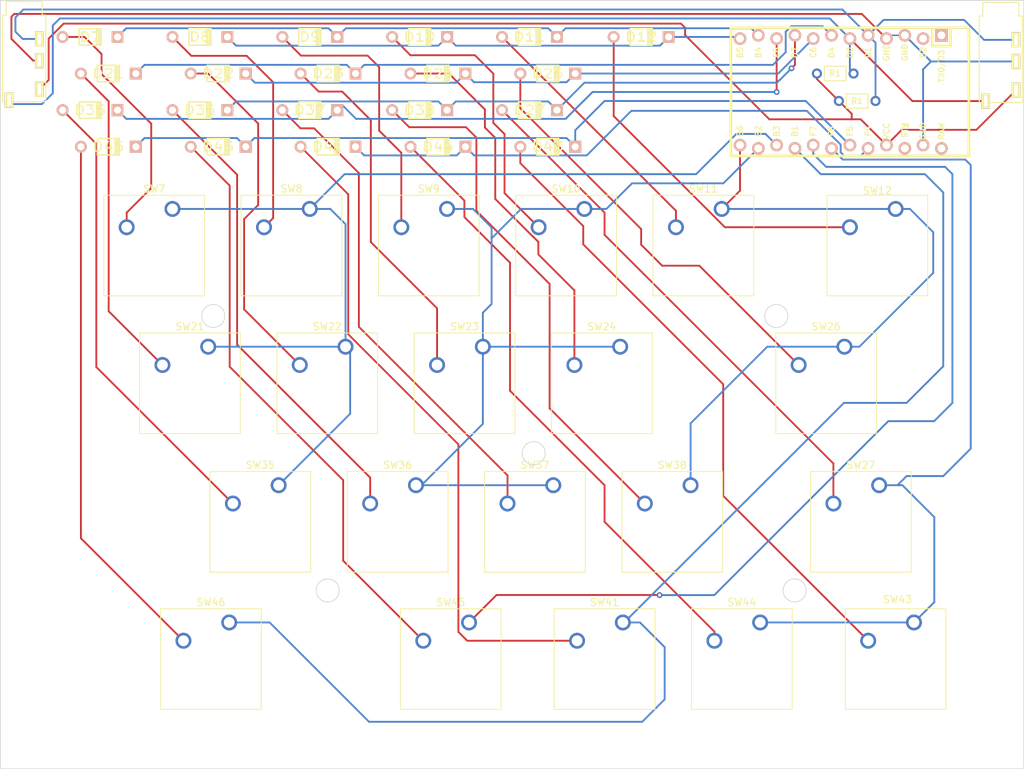
<source format=kicad_pcb>
(kicad_pcb (version 20221018) (generator pcbnew)
  (layers (0 "F.Cu" signal) (31 "B.Cu" signal) (34 "B.Paste" user) (35 "F.Paste" user) (36 "B.SilkS" user "B.Silkscreen") (37 "F.SilkS" user "F.Silkscreen") (38 "B.Mask" user) (39 "F.Mask" user) (44 "Edge.Cuts" user))
  (net 0 "")
  (net 1 "col5")
  (net 2 "Net-(D24-A)")
  (net 3 "col0")
  (net 4 "Net-(D25-A)")
  (net 5 "col2")
  (net 6 "Net-(D41-A)")
  (net 7 "Net-(D12-A)")
  (net 8 "Net-(D38-A)")
  (net 9 "col1")
  (net 10 "Net-(D40-A)")
  (net 11 "Net-(D11-A)")
  (net 12 "col3")
  (net 13 "Net-(D7-A)")
  (net 14 "Net-(D20-A)")
  (net 15 "Net-(D21-A)")
  (net 16 "col4")
  (net 17 "Net-(D22-A)")
  (net 18 "Net-(D23-A)")
  (net 19 "Net-(D8-A)")
  (net 20 "Net-(D9-A)")
  (net 21 "Net-(D32-A)")
  (net 22 "Net-(D33-A)")
  (net 23 "Net-(D34-A)")
  (net 24 "Net-(D35-A)")
  (net 25 "Net-(D39-A)")
  (net 26 "Net-(D10-A)")
  (net 27 "Net-(D42-A)")
  (net 28 "rowG")
  (net 29 "rowH")
  (net 30 "rowB")
  (net 31 "rowA")
  (net 32 "rowF")
  (net 33 "rowE")
  (net 34 "rowD")
  (net 35 "rowC")
  (net 36 "SCL")
  (net 37 "VCC")
  (net 38 "GND")
  (net 39 "SDA")
  (footprint "Library:Diode" (layer "F.Cu") (at 147.066 59.69)
    (fp_text reference "D43")
    (fp_text value "VAL**" hide)
  )
  (footprint "Button_Switch_Keyboard:SW_Cherry_MX_1.00u_PCB" (layer "F.Cu") (at 157.48 125.73)
    (fp_text reference "SW41")
    (fp_text value "KEYSW")
  )
  (footprint "Library:Diode" (layer "F.Cu") (at 116.586 49.53)
    (fp_text reference "D23")
    (fp_text value "VAL**" hide)
  )
  (footprint "Library:Diode" (layer "F.Cu") (at 144.526 54.61)
    (fp_text reference "D27")
    (fp_text value "VAL**" hide)
  )
  (footprint "Library:Diode" (layer "F.Cu") (at 86.106 49.53)
    (fp_text reference "D21")
    (fp_text value "VAL**" hide)
  )
  (footprint "Button_Switch_Keyboard:SW_Cherry_MX_2.25u_PCB" (layer "F.Cu") (at 188.22251 87.447663)
    (fp_text reference "SW26")
    (fp_text value "KEYSW")
  )
  (footprint "Library:Diode" (layer "F.Cu") (at 144.526 44.45)
    (fp_text reference "D11")
    (fp_text value "VAL**" hide)
  )
  (footprint "Library:Diode" (layer "F.Cu") (at 131.826 59.69)
    (fp_text reference "D44")
    (fp_text value "VAL**" hide)
  )
  (footprint "Library:RESISTOR" (layer "F.Cu") (at 186.944 49.53)
    (fp_text reference "R1")
    (fp_text value "R" hide)
  )
  (footprint "Library:TRRS" (layer "F.Cu") (at 209.917 41.5525)
    (fp_text reference "J2" hide)
    (fp_text value "4PIN" hide)
  )
  (footprint "Library:Diode" (layer "F.Cu") (at 101.346 49.53)
    (fp_text reference "D22")
    (fp_text value "VAL**" hide)
  )
  (footprint "Library:Diode" (layer "F.Cu") (at 101.346 59.69)
    (fp_text reference "D45")
    (fp_text value "VAL**" hide)
  )
  (footprint "Library:SW_Cherry_MX_1.75u_PCB" (layer "F.Cu") (at 193.04 106.68)
    (fp_text reference "SW27")
    (fp_text value "KEYSW")
  )
  (footprint "Button_Switch_Keyboard:SW_Cherry_MX_1.00u_PCB" (layer "F.Cu") (at 157.10751 87.447663)
    (fp_text reference "SW24")
    (fp_text value "KEYSW")
  )
  (footprint "Button_Switch_Keyboard:SW_Cherry_MX_1.00u_PCB" (layer "F.Cu") (at 176.53 125.73)
    (fp_text reference "SW44")
    (fp_text value "KEYSW")
  )
  (footprint "Library:Diode" (layer "F.Cu") (at 147.066 49.53)
    (fp_text reference "D26")
    (fp_text value "VAL**" hide)
  )
  (footprint "Library:Diode" (layer "F.Cu") (at 129.286 54.61)
    (fp_text reference "D38")
    (fp_text value "VAL**" hide)
  )
  (footprint "Library:TRRS" (layer "F.Cu") (at 74.422 41.426)
    (fp_text reference "J2" hide)
    (fp_text value "4PIN" hide)
  )
  (footprint "Button_Switch_Keyboard:SW_Cherry_MX_1.00u_PCB" (layer "F.Cu") (at 133.096 68.326)
    (fp_text reference "SW9")
    (fp_text value "KEYSW")
  )
  (footprint "Library:Diode" (layer "F.Cu") (at 129.286 44.45)
    (fp_text reference "D10")
    (fp_text value "VAL**" hide)
  )
  (footprint "Library:ArduinoProMicro-ZigZag" (layer "F.Cu") (at 187.706 52.07 180)
    (fp_text reference "U1" hide)
    (fp_text value "ProMicro-18mil-offset" hide)
  )
  (footprint "Button_Switch_Keyboard:SW_Cherry_MX_1.50u_PCB" (layer "F.Cu") (at 195.326 68.326)
    (fp_text reference "SW12")
    (fp_text value "KEYSW")
  )
  (footprint "Button_Switch_Keyboard:SW_Cherry_MX_1.00u_PCB" (layer "F.Cu") (at 152.146 68.326)
    (fp_text reference "SW10")
    (fp_text value "KEYSW")
  )
  (footprint "Button_Switch_Keyboard:SW_Cherry_MX_1.00u_PCB" (layer "F.Cu") (at 171.196 68.326)
    (fp_text reference "SW11")
    (fp_text value "KEYSW")
  )
  (footprint "Library:Diode" (layer "F.Cu") (at 114.046 44.45)
    (fp_text reference "D9")
    (fp_text value "VAL**" hide)
  )
  (footprint "Button_Switch_Keyboard:SW_Cherry_MX_1.25u_PCB" (layer "F.Cu") (at 197.866 125.73)
    (fp_text reference "SW43")
    (fp_text value "KEYSW")
  )
  (footprint "Button_Switch_Keyboard:SW_Cherry_MX_1.00u_PCB" (layer "F.Cu") (at 166.878 106.68)
    (fp_text reference "SW38")
    (fp_text value "KEYSW")
  )
  (footprint "Library:Diode" (layer "F.Cu") (at 98.806 54.61)
    (fp_text reference "D36")
    (fp_text value "VAL**" hide)
  )
  (footprint "Library:Diode" (layer "F.Cu") (at 98.806 44.45)
    (fp_text reference "D8")
    (fp_text value "VAL**" hide)
  )
  (footprint "Button_Switch_Keyboard:SW_Cherry_MX_1.00u_PCB" (layer "F.Cu") (at 99.95751 87.447663)
    (fp_text reference "SW21")
    (fp_text value "KEYSW")
  )
  (footprint "Library:Diode" (layer "F.Cu") (at 86.106 59.69)
    (fp_text reference "D46")
    (fp_text value "VAL**" hide)
  )
  (footprint "Library:Diode" (layer "F.Cu") (at 160.02 44.45)
    (fp_text reference "D12")
    (fp_text value "VAL**" hide)
  )
  (footprint "Library:Diode" (layer "F.Cu") (at 116.586 59.69)
    (fp_text reference "D41")
    (fp_text value "VAL**" hide)
  )
  (footprint "Button_Switch_Keyboard:SW_Cherry_MX_1.00u_PCB" (layer "F.Cu") (at 109.728 106.68)
    (fp_text reference "SW35")
    (fp_text value "KEYSW")
  )
  (footprint "Library:RESISTOR" (layer "F.Cu") (at 189.992 53.34)
    (fp_text reference "R1")
    (fp_text value "R" hide)
  )
  (footprint "Button_Switch_Keyboard:SW_Cherry_MX_1.00u_PCB" (layer "F.Cu") (at 114.046 68.326)
    (fp_text reference "SW8")
    (fp_text value "KEYSW")
  )
  (footprint "Button_Switch_Keyboard:SW_Cherry_MX_1.00u_PCB" (layer "F.Cu") (at 138.05751 87.447663)
    (fp_text reference "SW23")
    (fp_text value "KEYSW")
  )
  (footprint "Button_Switch_Keyboard:SW_Cherry_MX_1.25u_PCB" (layer "F.Cu") (at 136.144 125.73)
    (fp_text reference "SW45")
    (fp_text value "KEYSW")
  )
  (footprint "Library:Diode" (layer "F.Cu") (at 83.566 54.61)
    (fp_text reference "D35")
    (fp_text value "VAL**" hide)
  )
  (footprint "Button_Switch_Keyboard:SW_Cherry_MX_1.00u_PCB" (layer "F.Cu") (at 94.996 68.326)
    (fp_text reference "SW7")
    (fp_text value "KEYSW")
  )
  (footprint "Button_Switch_Keyboard:SW_Cherry_MX_1.00u_PCB" (layer "F.Cu") (at 119.00751 87.447663)
    (fp_text reference "SW22")
    (fp_text value "KEYSW")
  )
  (footprint "Library:Diode" (layer "F.Cu") (at 114.046 54.61)
    (fp_text reference "D37")
    (fp_text value "VAL**" hide)
  )
  (footprint "Library:Diode" (layer "F.Cu") (at 83.566 44.45)
    (fp_text reference "D7")
    (fp_text value "VAL**" hide)
  )
  (footprint "Button_Switch_Keyboard:SW_Cherry_MX_1.00u_PCB" (layer "F.Cu") (at 147.828 106.68)
    (fp_text reference "SW37")
    (fp_text value "KEYSW")
  )
  (footprint "Button_Switch_Keyboard:SW_Cherry_MX_2.25u_PCB" (layer "F.Cu") (at 102.87 125.73)
    (fp_text reference "SW46")
    (fp_text value "KEYSW")
  )
  (footprint "Library:Diode" (layer "F.Cu") (at 131.826 49.53)
    (fp_text reference "D24")
    (fp_text value "VAL**" hide)
  )
  (footprint "Button_Switch_Keyboard:SW_Cherry_MX_1.00u_PCB" (layer "F.Cu") (at 128.778 106.68)
    (fp_text reference "SW36")
    (fp_text value "KEYSW")
  )
  (gr_circle (center 145.11 102.235) (end 146.71 102.235) (stroke (width 0.1)) (fill none) (layer "Edge.Cuts"))
  (gr_circle (center 178.765 83.185) (end 180.365 83.185) (stroke (width 0.1)) (fill none) (layer "Edge.Cuts"))
  (gr_line (start 213.106 39.37) (end 213.106 146.05) (stroke (width 0.1)) (layer "Edge.Cuts"))
  (gr_circle (center 116.535 121.285) (end 118.135 121.285) (stroke (width 0.1)) (fill none) (layer "Edge.Cuts"))
  (gr_circle (center 181.305 121.285) (end 182.905 121.285) (stroke (width 0.1)) (fill none) (layer "Edge.Cuts"))
  (gr_circle (center 100.66 83.185) (end 102.26 83.185) (stroke (width 0.1)) (fill none) (layer "Edge.Cuts"))
  (gr_line (start 71.12 146.05) (end 71.12 39.37) (stroke (width 0.1)) (layer "Edge.Cuts"))
  (gr_line (start 71.12 39.37) (end 213.106 39.37) (stroke (width 0.1)) (layer "Edge.Cuts"))
  (gr_line (start 213.106 146.05) (end 71.12 146.05) (stroke (width 0.1)) (layer "Edge.Cuts"))
  (segment (start 173.736 65.786) (end 171.196 68.326) (width 0.254) (layer "F.Cu") (net 1))
  (segment (start 173.736 59.4614) (end 173.736 65.786) (width 0.254) (layer "F.Cu") (net 1))
  (segment (start 190.292337 87.447663) (end 188.22251 87.447663) (width 0.254) (layer "B.Cu") (net 1))
  (segment (start 171.196 68.326) (end 195.326 68.326) (width 0.254) (layer "B.Cu") (net 1))
  (segment (start 166.878 98.092) (end 166.878 106.68) (width 0.254) (layer "B.Cu") (net 1))
  (segment (start 200.54 77.2) (end 190.292337 87.447663) (width 0.254) (layer "B.Cu") (net 1))
  (segment (start 195.326 68.326) (end 197.306 68.326) (width 0.254) (layer "B.Cu") (net 1))
  (segment (start 188.22251 87.447663) (end 177.522337 87.447663) (width 0.254) (layer "B.Cu") (net 1))
  (segment (start 200.54 71.56) (end 200.54 77.2) (width 0.254) (layer "B.Cu") (net 1))
  (segment (start 197.306 68.326) (end 200.54 71.56) (width 0.254) (layer "B.Cu") (net 1))
  (segment (start 177.522337 87.447663) (end 166.878 98.092) (width 0.254) (layer "B.Cu") (net 1))
  (segment (start 168.084847 76.2) (end 162.929411 76.2) (width 0.254) (layer "F.Cu") (net 2))
  (segment (start 143.256 54.356) (end 143.256 49.53) (width 0.254) (layer "F.Cu") (net 2))
  (segment (start 162.929411 76.2) (end 160.02 73.290589) (width 0.254) (layer "F.Cu") (net 2))
  (segment (start 160.02 71.12) (end 143.256 54.356) (width 0.254) (layer "F.Cu") (net 2))
  (segment (start 181.87251 89.987663) (end 168.084847 76.2) (width 0.254) (layer "F.Cu") (net 2))
  (segment (start 160.02 73.290589) (end 160.02 71.12) (width 0.254) (layer "F.Cu") (net 2))
  (segment (start 200.69 111.11) (end 200.69 122.906) (width 0.254) (layer "B.Cu") (net 3))
  (segment (start 195.58 106.68) (end 196.26 106.68) (width 0.254) (layer "B.Cu") (net 3))
  (segment (start 204.978 61.468) (end 205.74 62.23) (width 0.254) (layer "B.Cu") (net 3))
  (segment (start 186.436 59.9186) (end 187.9854 61.468) (width 0.254) (layer "B.Cu") (net 3))
  (segment (start 201.93 105.41) (end 196.85 105.41) (width 0.254) (layer "B.Cu") (net 3))
  (segment (start 200.69 122.906) (end 197.866 125.73) (width 0.254) (layer "B.Cu") (net 3))
  (segment (start 193.04 106.68) (end 195.58 106.68) (width 0.254) (layer "B.Cu") (net 3))
  (segment (start 205.74 101.6) (end 201.93 105.41) (width 0.254) (layer "B.Cu") (net 3))
  (segment (start 187.9854 61.468) (end 204.978 61.468) (width 0.254) (layer "B.Cu") (net 3))
  (segment (start 176.53 125.73) (end 197.866 125.73) (width 0.254) (layer "B.Cu") (net 3))
  (segment (start 205.74 62.23) (end 205.74 101.6) (width 0.254) (layer "B.Cu") (net 3))
  (segment (start 196.26 106.68) (end 200.69 111.11) (width 0.254) (layer "B.Cu") (net 3))
  (segment (start 196.85 105.41) (end 195.58 106.68) (width 0.254) (layer "B.Cu") (net 3))
  (segment (start 186.69 109.22) (end 186.69 103.669103) (width 0.254) (layer "F.Cu") (net 4))
  (segment (start 154.94 71.919103) (end 154.94 68.834) (width 0.254) (layer "F.Cu") (net 4))
  (segment (start 154.94 68.834) (end 140.716 54.61) (width 0.254) (layer "F.Cu") (net 4))
  (segment (start 186.69 103.669103) (end 154.94 71.919103) (width 0.254) (layer "F.Cu") (net 4))
  (segment (start 108.47 125.73) (end 102.87 125.73) (width 0.254) (layer "B.Cu") (net 5))
  (segment (start 157.48 125.73) (end 159.85 125.73) (width 0.254) (layer "B.Cu") (net 5))
  (segment (start 188.150034 95.25) (end 196.85 95.25) (width 0.254) (layer "B.Cu") (net 5))
  (segment (start 159.85 125.73) (end 163.28 129.16) (width 0.254) (layer "B.Cu") (net 5))
  (segment (start 201.93 90.17) (end 201.93 66.04) (width 0.254) (layer "B.Cu") (net 5))
  (segment (start 201.93 66.04) (end 199.39 63.5) (width 0.254) (layer "B.Cu") (net 5))
  (segment (start 184.9374 63.5) (end 181.356 59.9186) (width 0.254) (layer "B.Cu") (net 5))
  (segment (start 160.17 139.52) (end 122.26 139.52) (width 0.254) (layer "B.Cu") (net 5))
  (segment (start 122.26 139.52) (end 108.47 125.73) (width 0.254) (layer "B.Cu") (net 5))
  (segment (start 163.28 129.16) (end 163.28 136.41) (width 0.254) (layer "B.Cu") (net 5))
  (segment (start 157.670034 125.73) (end 188.150034 95.25) (width 0.254) (layer "B.Cu") (net 5))
  (segment (start 157.48 125.73) (end 157.670034 125.73) (width 0.254) (layer "B.Cu") (net 5))
  (segment (start 163.28 136.41) (end 160.17 139.52) (width 0.254) (layer "B.Cu") (net 5))
  (segment (start 199.39 63.5) (end 184.9374 63.5) (width 0.254) (layer "B.Cu") (net 5))
  (segment (start 196.85 95.25) (end 201.93 90.17) (width 0.254) (layer "B.Cu") (net 5))
  (segment (start 82.296 114.046) (end 96.52 128.27) (width 0.254) (layer "F.Cu") (net 6))
  (segment (start 82.296 59.69) (end 82.296 114.046) (width 0.254) (layer "F.Cu") (net 6))
  (segment (start 171.641549 70.866) (end 156.21 55.434451) (width 0.254) (layer "F.Cu") (net 7))
  (segment (start 156.21 55.434451) (end 156.21 44.45) (width 0.254) (layer "F.Cu") (net 7))
  (segment (start 188.976 70.866) (end 171.641549 70.866) (width 0.254) (layer "F.Cu") (net 7))
  (segment (start 171.40151 92.66151) (end 151.987 73.247) (width 0.254) (layer "F.Cu") (net 8))
  (segment (start 151.987 70.707) (end 143.256 61.976) (width 0.254) (layer "F.Cu") (net 8))
  (segment (start 191.516 128.27) (end 171.40151 108.15551) (width 0.254) (layer "F.Cu") (net 8))
  (segment (start 143.256 61.976) (end 143.256 59.69) (width 0.254) (layer "F.Cu") (net 8))
  (segment (start 151.987 73.247) (end 151.987 70.707) (width 0.254) (layer "F.Cu") (net 8))
  (segment (start 171.40151 108.15551) (end 171.40151 92.66151) (width 0.254) (layer "F.Cu") (net 8))
  (segment (start 162.56 121.92) (end 139.954 121.92) (width 0.254) (layer "F.Cu") (net 9))
  (segment (start 162.571914 121.931914) (end 162.56 121.92) (width 0.254) (layer "F.Cu") (net 9))
  (segment (start 139.954 121.92) (end 136.144 125.73) (width 0.254) (layer "F.Cu") (net 9))
  (via (at 162.571914 121.931914) (size 0.8) (drill 0.4) (layers "F.Cu" "B.Cu") (net 9))
  (segment (start 203.2 95.25) (end 203.2 63.5) (width 0.254) (layer "B.Cu") (net 9))
  (segment (start 183.896 60.706) (end 183.896 59.4614) (width 0.254) (layer "B.Cu") (net 9))
  (segment (start 185.674 62.484) (end 183.896 60.706) (width 0.254) (layer "B.Cu") (net 9))
  (segment (start 200.66 97.79) (end 203.2 95.25) (width 0.254) (layer "B.Cu") (net 9))
  (segment (start 203.2 63.5) (end 202.184 62.484) (width 0.254) (layer "B.Cu") (net 9))
  (segment (start 202.184 62.484) (end 185.674 62.484) (width 0.254) (layer "B.Cu") (net 9))
  (segment (start 170.168086 121.931914) (end 194.31 97.79) (width 0.254) (layer "B.Cu") (net 9))
  (segment (start 162.571914 121.931914) (end 170.168086 121.931914) (width 0.254) (layer "B.Cu") (net 9))
  (segment (start 194.31 97.79) (end 200.66 97.79) (width 0.254) (layer "B.Cu") (net 9))
  (segment (start 118.680103 117.156103) (end 129.794 128.27) (width 0.254) (layer "F.Cu") (net 10))
  (segment (start 118.680103 105.980103) (end 118.680103 117.156103) (width 0.254) (layer "F.Cu") (net 10))
  (segment (start 97.536 59.69) (end 102.9335 65.0875) (width 0.254) (layer "F.Cu") (net 10))
  (segment (start 102.9335 65.0875) (end 102.9335 90.2335) (width 0.254) (layer "F.Cu") (net 10))
  (segment (start 102.9335 90.2335) (end 118.680103 105.980103) (width 0.254) (layer "F.Cu") (net 10))
  (segment (start 164.846 68.58) (end 140.716 44.45) (width 0.254) (layer "F.Cu") (net 11))
  (segment (start 164.846 70.866) (end 164.846 68.58) (width 0.254) (layer "F.Cu") (net 11))
  (segment (start 118.872 63.5) (end 114.046 68.326) (width 0.254) (layer "B.Cu") (net 12))
  (segment (start 178.816 59.4614) (end 177.2666 57.912) (width 0.254) (layer "B.Cu") (net 12))
  (segment (start 119.65 96.758) (end 109.728 106.68) (width 0.254) (layer "B.Cu") (net 12))
  (segment (start 114.046 68.326) (end 116.886 68.326) (width 0.254) (layer "B.Cu") (net 12))
  (segment (start 177.2666 57.912) (end 173.228 57.912) (width 0.254) (layer "B.Cu") (net 12))
  (segment (start 116.886 68.326) (end 119.00751 70.44751) (width 0.254) (layer "B.Cu") (net 12))
  (segment (start 94.996 68.326) (end 114.046 68.326) (width 0.254) (layer "B.Cu") (net 12))
  (segment (start 119.00751 87.447663) (end 119.65 88.090153) (width 0.254) (layer "B.Cu") (net 12))
  (segment (start 173.228 57.912) (end 167.64 63.5) (width 0.254) (layer "B.Cu") (net 12))
  (segment (start 119.00751 70.44751) (end 119.00751 87.447663) (width 0.254) (layer "B.Cu") (net 12))
  (segment (start 119.65 88.090153) (end 119.65 96.758) (width 0.254) (layer "B.Cu") (net 12))
  (segment (start 99.95751 87.447663) (end 119.00751 87.447663) (width 0.254) (layer "B.Cu") (net 12))
  (segment (start 167.64 63.5) (end 118.872 63.5) (width 0.254) (layer "B.Cu") (net 12))
  (segment (start 92.052502 56.492502) (end 92.052502 65.427498) (width 0.254) (layer "F.Cu") (net 13))
  (segment (start 82.786604 44.45) (end 85.157144 46.82054) (width 0.254) (layer "F.Cu") (net 13))
  (segment (start 88.646 68.834) (end 88.646 70.866) (width 0.254) (layer "F.Cu") (net 13))
  (segment (start 79.756 44.45) (end 82.786604 44.45) (width 0.254) (layer "F.Cu") (net 13))
  (segment (start 85.157144 46.82054) (end 85.157144 49.597144) (width 0.254) (layer "F.Cu") (net 13))
  (segment (start 92.052502 65.427498) (end 88.646 68.834) (width 0.254) (layer "F.Cu") (net 13))
  (segment (start 85.157144 49.597144) (end 92.052502 56.492502) (width 0.254) (layer "F.Cu") (net 13))
  (segment (start 86.145 82.525153) (end 93.60751 89.987663) (width 0.254) (layer "F.Cu") (net 14))
  (segment (start 82.296 49.53) (end 86.145 53.379) (width 0.254) (layer "F.Cu") (net 14))
  (segment (start 86.145 53.379) (end 86.145 82.525153) (width 0.254) (layer "F.Cu") (net 14))
  (segment (start 106.886022 67.775473) (end 104.939804 69.721691) (width 0.254) (layer "F.Cu") (net 15))
  (segment (start 97.536 49.53) (end 99.949 49.53) (width 0.254) (layer "F.Cu") (net 15))
  (segment (start 104.939804 82.269957) (end 112.65751 89.987663) (width 0.254) (layer "F.Cu") (net 15))
  (segment (start 104.939804 69.721691) (end 104.939804 82.269957) (width 0.254) (layer "F.Cu") (net 15))
  (segment (start 106.886022 56.467022) (end 106.886022 67.775473) (width 0.254) (layer "F.Cu") (net 15))
  (segment (start 99.949 49.53) (end 106.886022 56.467022) (width 0.254) (layer "F.Cu") (net 15))
  (segment (start 129.54 106.68) (end 138.05751 98.16249) (width 0.254) (layer "B.Cu") (net 16))
  (segment (start 128.778 106.68) (end 129.54 106.68) (width 0.254) (layer "B.Cu") (net 16))
  (segment (start 158.75 64.77) (end 155.194 68.326) (width 0.254) (layer "B.Cu") (net 16))
  (segment (start 139.27 81.52) (end 138.05751 82.73249) (width 0.254) (layer "B.Cu") (net 16))
  (segment (start 133.096 68.326) (end 136.696 68.326) (width 0.254) (layer "B.Cu") (net 16))
  (segment (start 171.4246 64.77) (end 158.75 64.77) (width 0.254) (layer "B.Cu") (net 16))
  (segment (start 138.05751 98.16249) (end 138.05751 87.447663) (width 0.254) (layer "B.Cu") (net 16))
  (segment (start 136.696 68.326) (end 139.27 70.9) (width 0.254) (layer "B.Cu") (net 16))
  (segment (start 139.27 72.41) (end 139.27 81.52) (width 0.254) (layer "B.Cu") (net 16))
  (segment (start 128.778 106.68) (end 147.828 106.68) (width 0.254) (layer "B.Cu") (net 16))
  (segment (start 176.276 59.9186) (end 171.4246 64.77) (width 0.254) (layer "B.Cu") (net 16))
  (segment (start 155.194 68.326) (end 152.146 68.326) (width 0.254) (layer "B.Cu") (net 16))
  (segment (start 138.05751 82.73249) (end 138.05751 87.447663) (width 0.254) (layer "B.Cu") (net 16))
  (segment (start 152.146 68.326) (end 143.354 68.326) (width 0.254) (layer "B.Cu") (net 16))
  (segment (start 143.354 68.326) (end 139.27 72.41) (width 0.254) (layer "B.Cu") (net 16))
  (segment (start 139.27 70.9) (end 139.27 72.41) (width 0.254) (layer "B.Cu") (net 16))
  (segment (start 157.10751 87.447663) (end 138.05751 87.447663) (width 0.254) (layer "B.Cu") (net 16))
  (segment (start 112.776 49.53) (end 115.282404 52.036404) (width 0.254) (layer "F.Cu") (net 17))
  (segment (start 131.70751 82.11954) (end 131.70751 89.987663) (width 0.254) (layer "F.Cu") (net 17))
  (segment (start 122.51684 56.009747) (end 122.51684 72.92887) (width 0.254) (layer "F.Cu") (net 17))
  (segment (start 122.51684 72.92887) (end 131.70751 82.11954) (width 0.254) (layer "F.Cu") (net 17))
  (segment (start 118.543497 52.036404) (end 122.51684 56.009747) (width 0.254) (layer "F.Cu") (net 17))
  (segment (start 115.282404 52.036404) (end 118.543497 52.036404) (width 0.254) (layer "F.Cu") (net 17))
  (segment (start 133.35 49.53) (end 138.339131 54.519131) (width 0.254) (layer "F.Cu") (net 18))
  (segment (start 145.757 74.637) (end 150.75751 79.63751) (width 0.254) (layer "F.Cu") (net 18))
  (segment (start 128.016 49.53) (end 133.35 49.53) (width 0.254) (layer "F.Cu") (net 18))
  (segment (start 145.757 72.896103) (end 145.757 74.637) (width 0.254) (layer "F.Cu") (net 18))
  (segment (start 145.010549 72.175) (end 145.035897 72.175) (width 0.254) (layer "F.Cu") (net 18))
  (segment (start 138.339131 57.018722) (end 139.779332 58.458923) (width 0.254) (layer "F.Cu") (net 18))
  (segment (start 150.75751 79.63751) (end 150.75751 89.987663) (width 0.254) (layer "F.Cu") (net 18))
  (segment (start 138.339131 54.519131) (end 138.339131 57.018722) (width 0.254) (layer "F.Cu") (net 18))
  (segment (start 139.779332 66.943783) (end 145.010549 72.175) (width 0.254) (layer "F.Cu") (net 18))
  (segment (start 139.779332 58.458923) (end 139.779332 66.943783) (width 0.254) (layer "F.Cu") (net 18))
  (segment (start 145.035897 72.175) (end 145.757 72.896103) (width 0.254) (layer "F.Cu") (net 18))
  (segment (start 108.966 50.743589) (end 108.966 69.596) (width 0.254) (layer "F.Cu") (net 19))
  (segment (start 97.612319 47.066319) (end 105.28873 47.066319) (width 0.254) (layer "F.Cu") (net 19))
  (segment (start 94.996 44.45) (end 97.612319 47.066319) (width 0.254) (layer "F.Cu") (net 19))
  (segment (start 105.28873 47.066319) (end 108.966 50.743589) (width 0.254) (layer "F.Cu") (net 19))
  (segment (start 108.966 69.596) (end 107.696 70.866) (width 0.254) (layer "F.Cu") (net 19))
  (segment (start 122.072639 47.04037) (end 123.673822 48.641553) (width 0.254) (layer "F.Cu") (net 20))
  (segment (start 112.82637 47.04037) (end 122.072639 47.04037) (width 0.254) (layer "F.Cu") (net 20))
  (segment (start 123.673822 57.45792) (end 126.746 60.530098) (width 0.254) (layer "F.Cu") (net 20))
  (segment (start 123.673822 48.641553) (end 123.673822 57.45792) (width 0.254) (layer "F.Cu") (net 20))
  (segment (start 110.236 44.45) (end 112.82637 47.04037) (width 0.254) (layer "F.Cu") (net 20))
  (segment (start 126.746 60.530098) (end 126.746 70.866) (width 0.254) (layer "F.Cu") (net 20))
  (segment (start 79.756 54.61) (end 84.433058 59.287058) (width 0.254) (layer "F.Cu") (net 21))
  (segment (start 84.433058 90.275058) (end 103.378 109.22) (width 0.254) (layer "F.Cu") (net 21))
  (segment (start 84.433058 59.287058) (end 84.433058 90.275058) (width 0.254) (layer "F.Cu") (net 21))
  (segment (start 103.966695 87.159804) (end 122.428 105.621109) (width 0.254) (layer "F.Cu") (net 22))
  (segment (start 94.996 54.61) (end 103.966695 63.580695) (width 0.254) (layer "F.Cu") (net 22))
  (segment (start 122.428 105.621109) (end 122.428 109.22) (width 0.254) (layer "F.Cu") (net 22))
  (segment (start 103.966695 63.580695) (end 103.966695 87.159804) (width 0.254) (layer "F.Cu") (net 22))
  (segment (start 120.856067 63.338186) (end 120.856067 84.687117) (width 0.254) (layer "F.Cu") (net 23))
  (segment (start 114.654119 57.136238) (end 120.856067 63.338186) (width 0.254) (layer "F.Cu") (net 23))
  (segment (start 112.762238 57.136238) (end 114.654119 57.136238) (width 0.254) (layer "F.Cu") (net 23))
  (segment (start 110.236 54.61) (end 112.762238 57.136238) (width 0.254) (layer "F.Cu") (net 23))
  (segment (start 120.856067 84.687117) (end 141.478 105.30905) (width 0.254) (layer "F.Cu") (net 23))
  (segment (start 141.478 105.30905) (end 141.478 109.22) (width 0.254) (layer "F.Cu") (net 23))
  (segment (start 135.719798 56.979798) (end 137.16 58.42) (width 0.254) (layer "F.Cu") (net 24))
  (segment (start 147.32 96.012) (end 160.528 109.22) (width 0.254) (layer "F.Cu") (net 24))
  (segment (start 147.32 78.74) (end 147.32 96.012) (width 0.254) (layer "F.Cu") (net 24))
  (segment (start 127.845798 56.979798) (end 135.719798 56.979798) (width 0.254) (layer "F.Cu") (net 24))
  (segment (start 137.16 58.42) (end 137.16 68.58) (width 0.254) (layer "F.Cu") (net 24))
  (segment (start 125.476 54.61) (end 127.845798 56.979798) (width 0.254) (layer "F.Cu") (net 24))
  (segment (start 137.16 68.58) (end 147.32 78.74) (width 0.254) (layer "F.Cu") (net 24))
  (segment (start 141.82851 75.78851) (end 135.497282 69.457282) (width 0.254) (layer "F.Cu") (net 25))
  (segment (start 154.94 106.68) (end 141.82851 93.56851) (width 0.254) (layer "F.Cu") (net 25))
  (segment (start 135.497282 69.457282) (end 135.497282 67.171282) (width 0.254) (layer "F.Cu") (net 25))
  (segment (start 135.497282 67.171282) (end 128.016 59.69) (width 0.254) (layer "F.Cu") (net 25))
  (segment (start 170.18 127) (end 154.94 111.76) (width 0.254) (layer "F.Cu") (net 25))
  (segment (start 170.18 128.27) (end 170.18 127) (width 0.254) (layer "F.Cu") (net 25))
  (segment (start 154.94 111.76) (end 154.94 106.68) (width 0.254) (layer "F.Cu") (net 25))
  (segment (start 141.82851 93.56851) (end 141.82851 75.78851) (width 0.254) (layer "F.Cu") (net 25))
  (segment (start 141.066504 66.136504) (end 141.066504 57.938403) (width 0.254) (layer "F.Cu") (net 26))
  (segment (start 128.01447 46.98847) (end 125.476 44.45) (width 0.254) (layer "F.Cu") (net 26))
  (segment (start 139.5095 56.381399) (end 139.5095 49.539976) (width 0.254) (layer "F.Cu") (net 26))
  (segment (start 141.066504 57.938403) (end 139.5095 56.381399) (width 0.254) (layer "F.Cu") (net 26))
  (segment (start 139.5095 49.539976) (end 136.957994 46.98847) (width 0.254) (layer "F.Cu") (net 26))
  (segment (start 145.796 70.866) (end 141.066504 66.136504) (width 0.254) (layer "F.Cu") (net 26))
  (segment (start 136.957994 46.98847) (end 128.01447 46.98847) (width 0.254) (layer "F.Cu") (net 26))
  (segment (start 119.38 66.294) (end 119.38 85.725702) (width 0.254) (layer "F.Cu") (net 27))
  (segment (start 135.89 128.27) (end 151.13 128.27) (width 0.254) (layer "F.Cu") (net 27))
  (segment (start 134.663 101.008702) (end 134.663 127.043) (width 0.254) (layer "F.Cu") (net 27))
  (segment (start 119.38 85.725702) (end 134.663 101.008702) (width 0.254) (layer "F.Cu") (net 27))
  (segment (start 134.663 127.043) (end 135.89 128.27) (width 0.254) (layer "F.Cu") (net 27))
  (segment (start 112.776 59.69) (end 119.38 66.294) (width 0.254) (layer "F.Cu") (net 27))
  (segment (start 89.916 59.69) (end 91.1225 58.4835) (width 0.254) (layer "B.Cu") (net 28))
  (segment (start 91.1225 58.4835) (end 103.9495 58.4835) (width 0.254) (layer "B.Cu") (net 28))
  (segment (start 150.876 59.69) (end 150.876 57.404) (width 0.254) (layer "B.Cu") (net 28))
  (segment (start 154.94 53.34) (end 182.8546 53.34) (width 0.254) (layer "B.Cu") (net 28))
  (segment (start 103.9495 58.4835) (end 105.156 59.69) (width 0.254) (layer "B.Cu") (net 28))
  (segment (start 182.8546 53.34) (end 188.976 59.4614) (width 0.254) (layer "B.Cu") (net 28))
  (segment (start 105.156 59.69) (end 106.3625 58.4835) (width 0.254) (layer "B.Cu") (net 28))
  (segment (start 106.3625 58.4835) (end 149.6695 58.4835) (width 0.254) (layer "B.Cu") (net 28))
  (segment (start 150.876 57.404) (end 154.94 53.34) (width 0.254) (layer "B.Cu") (net 28))
  (segment (start 149.6695 58.4835) (end 150.876 59.69) (width 0.254) (layer "B.Cu") (net 28))
  (segment (start 158.656906 54.703094) (end 182.998585 54.703094) (width 0.254) (layer "B.Cu") (net 29))
  (segment (start 190.4746 60.96) (end 191.516 59.9186) (width 0.254) (layer "B.Cu") (net 29))
  (segment (start 187.6933 60.45748) (end 188.19582 60.96) (width 0.254) (layer "B.Cu") (net 29))
  (segment (start 152.4635 60.8965) (end 158.656906 54.703094) (width 0.254) (layer "B.Cu") (net 29))
  (segment (start 120.396 59.69) (end 121.6025 60.8965) (width 0.254) (layer "B.Cu") (net 29))
  (segment (start 134.4295 60.8965) (end 135.636 59.69) (width 0.254) (layer "B.Cu") (net 29))
  (segment (start 182.998585 54.703094) (end 187.6933 59.397809) (width 0.254) (layer "B.Cu") (net 29))
  (segment (start 121.6025 60.8965) (end 134.4295 60.8965) (width 0.254) (layer "B.Cu") (net 29))
  (segment (start 187.6933 59.397809) (end 187.6933 60.45748) (width 0.254) (layer "B.Cu") (net 29))
  (segment (start 188.19582 60.96) (end 190.4746 60.96) (width 0.254) (layer "B.Cu") (net 29))
  (segment (start 135.636 59.69) (end 136.8425 60.8965) (width 0.254) (layer "B.Cu") (net 29))
  (segment (start 136.8425 60.8965) (end 152.4635 60.8965) (width 0.254) (layer "B.Cu") (net 29))
  (segment (start 162.6235 45.6565) (end 134.3025 45.6565) (width 0.254) (layer "B.Cu") (net 30))
  (segment (start 134.3025 45.6565) (end 133.096 44.45) (width 0.254) (layer "B.Cu") (net 30))
  (segment (start 131.8895 45.6565) (end 103.8225 45.6565) (width 0.254) (layer "B.Cu") (net 30))
  (segment (start 163.83 44.45) (end 173.5074 44.45) (width 0.254) (layer "B.Cu") (net 30))
  (segment (start 133.096 44.45) (end 131.8895 45.6565) (width 0.254) (layer "B.Cu") (net 30))
  (segment (start 173.5074 44.45) (end 173.736 44.6786) (width 0.254) (layer "B.Cu") (net 30))
  (segment (start 163.83 44.45) (end 162.6235 45.6565) (width 0.254) (layer "B.Cu") (net 30))
  (segment (start 103.8225 45.6565) (end 102.616 44.45) (width 0.254) (layer "B.Cu") (net 30))
  (segment (start 87.376 44.45) (end 88.5825 43.2435) (width 0.254) (layer "B.Cu") (net 31))
  (segment (start 88.5825 43.2435) (end 116.6495 43.2435) (width 0.254) (layer "B.Cu") (net 31))
  (segment (start 149.5425 43.2435) (end 175.2981 43.2435) (width 0.254) (layer "B.Cu") (net 31))
  (segment (start 147.1295 43.2435) (end 148.336 44.45) (width 0.254) (layer "B.Cu") (net 31))
  (segment (start 175.2981 43.2435) (end 176.276 44.2214) (width 0.254) (layer "B.Cu") (net 31))
  (segment (start 117.856 44.45) (end 119.0625 43.2435) (width 0.254) (layer "B.Cu") (net 31))
  (segment (start 119.0625 43.2435) (end 147.1295 43.2435) (width 0.254) (layer "B.Cu") (net 31))
  (segment (start 116.6495 43.2435) (end 117.856 44.45) (width 0.254) (layer "B.Cu") (net 31))
  (segment (start 148.336 44.45) (end 149.5425 43.2435) (width 0.254) (layer "B.Cu") (net 31))
  (segment (start 178.816 52.091362) (end 178.816 44.6786) (width 0.254) (layer "F.Cu") (net 32))
  (via (at 178.816 52.091362) (size 0.8) (drill 0.4) (layers "F.Cu" "B.Cu") (net 32))
  (segment (start 178.816 52.091362) (end 153.276169 52.091362) (width 0.254) (layer "B.Cu") (net 32))
  (segment (start 152.019 53.34) (end 149.5425 55.8165) (width 0.254) (layer "B.Cu") (net 32))
  (segment (start 116.6495 55.8165) (end 88.5825 55.8165) (width 0.254) (layer "B.Cu") (net 32))
  (segment (start 117.856 54.61) (end 116.6495 55.8165) (width 0.254) (layer "B.Cu") (net 32))
  (segment (start 152.027531 53.34) (end 152.019 53.34) (width 0.254) (layer "B.Cu") (net 32))
  (segment (start 118.5545 53.9115) (end 117.856 54.61) (width 0.254) (layer "B.Cu") (net 32))
  (segment (start 149.5425 55.8165) (end 120.4595 55.8165) (width 0.254) (layer "B.Cu") (net 32))
  (segment (start 153.276169 52.091362) (end 152.027531 53.34) (width 0.254) (layer "B.Cu") (net 32))
  (segment (start 120.4595 55.8165) (end 118.5545 53.9115) (width 0.254) (layer "B.Cu") (net 32))
  (segment (start 88.5825 55.8165) (end 87.376 54.61) (width 0.254) (layer "B.Cu") (net 32))
  (segment (start 180.879197 48.799197) (end 181.356 48.322394) (width 0.254) (layer "F.Cu") (net 33))
  (segment (start 181.356 48.322394) (end 181.356 44.2214) (width 0.254) (layer "F.Cu") (net 33))
  (via (at 180.879197 48.799197) (size 0.8) (drill 0.4) (layers "F.Cu" "B.Cu") (net 33))
  (segment (start 133.096 54.61) (end 134.3025 53.4035) (width 0.254) (layer "B.Cu") (net 33))
  (segment (start 147.1295 53.4035) (end 148.336 54.61) (width 0.254) (layer "B.Cu") (net 33))
  (segment (start 103.8225 53.4035) (end 131.8895 53.4035) (width 0.254) (layer "B.Cu") (net 33))
  (segment (start 152.146 50.8) (end 148.336 54.61) (width 0.254) (layer "B.Cu") (net 33))
  (segment (start 180.879197 48.799197) (end 179.258463 50.419931) (width 0.254) (layer "B.Cu") (net 33))
  (segment (start 179.227226 50.419931) (end 178.847157 50.8) (width 0.254) (layer "B.Cu") (net 33))
  (segment (start 131.8895 53.4035) (end 133.096 54.61) (width 0.254) (layer "B.Cu") (net 33))
  (segment (start 134.3025 53.4035) (end 147.1295 53.4035) (width 0.254) (layer "B.Cu") (net 33))
  (segment (start 179.258463 50.419931) (end 179.227226 50.419931) (width 0.254) (layer "B.Cu") (net 33))
  (segment (start 102.616 54.61) (end 103.8225 53.4035) (width 0.254) (layer "B.Cu") (net 33))
  (segment (start 178.847157 50.8) (end 152.146 50.8) (width 0.254) (layer "B.Cu") (net 33))
  (segment (start 135.636 49.53) (end 134.366 50.8) (width 0.254) (layer "B.Cu") (net 34))
  (segment (start 106.426 50.8) (end 105.156 49.53) (width 0.254) (layer "B.Cu") (net 34))
  (segment (start 136.8425 50.7365) (end 135.636 49.53) (width 0.254) (layer "B.Cu") (net 34))
  (segment (start 149.6695 50.7365) (end 136.8425 50.7365) (width 0.254) (layer "B.Cu") (net 34))
  (segment (start 179.0446 49.53) (end 183.896 44.6786) (width 0.254) (layer "B.Cu") (net 34))
  (segment (start 150.876 49.53) (end 149.6695 50.7365) (width 0.254) (layer "B.Cu") (net 34))
  (segment (start 150.876 49.53) (end 179.0446 49.53) (width 0.254) (layer "B.Cu") (net 34))
  (segment (start 134.366 50.8) (end 106.426 50.8) (width 0.254) (layer "B.Cu") (net 34))
  (segment (start 121.6025 48.3235) (end 120.396 49.53) (width 0.254) (layer "B.Cu") (net 35))
  (segment (start 178.313506 48.3235) (end 121.6025 48.3235) (width 0.254) (layer "B.Cu") (net 35))
  (segment (start 180.0733 43.726009) (end 180.0733 46.563706) (width 0.254) (layer "B.Cu") (net 35))
  (segment (start 186.436 44.2214) (end 185.1787 42.9641) (width 0.254) (layer "B.Cu") (net 35))
  (segment (start 185.1787 42.9641) (end 180.835209 42.9641) (width 0.254) (layer "B.Cu") (net 35))
  (segment (start 91.1225 48.3235) (end 119.1895 48.3235) (width 0.254) (layer "B.Cu") (net 35))
  (segment (start 180.0733 46.563706) (end 178.313506 48.3235) (width 0.254) (layer "B.Cu") (net 35))
  (segment (start 89.916 49.53) (end 91.1225 48.3235) (width 0.254) (layer "B.Cu") (net 35))
  (segment (start 119.1895 48.3235) (end 120.396 49.53) (width 0.254) (layer "B.Cu") (net 35))
  (segment (start 180.835209 42.9641) (end 180.0733 43.726009) (width 0.254) (layer "B.Cu") (net 35))
  (segment (start 197.6499 53.3525) (end 188.976 44.6786) (width 0.254) (layer "F.Cu") (net 36))
  (segment (start 207.817 53.3525) (end 197.6499 53.3525) (width 0.254) (layer "F.Cu") (net 36))
  (segment (start 78.394005 52.265995) (end 76.889692 53.770308) (width 0.254) (layer "B.Cu") (net 36))
  (segment (start 188.976 44.6786) (end 186.176863 41.879463) (width 0.254) (layer "B.Cu") (net 36))
  (segment (start 79.368729 41.879463) (end 78.394005 42.854187) (width 0.254) (layer "B.Cu") (net 36))
  (segment (start 186.176863 41.879463) (end 79.368729 41.879463) (width 0.254) (layer "B.Cu") (net 36))
  (segment (start 78.394005 42.854187) (end 78.394005 52.265995) (width 0.254) (layer "B.Cu") (net 36))
  (segment (start 72.866308 53.770308) (end 72.322 53.226) (width 0.254) (layer "B.Cu") (net 36))
  (segment (start 76.889692 53.770308) (end 72.866308 53.770308) (width 0.254) (layer "B.Cu") (net 36))
  (segment (start 188.976 49.022) (end 189.484 49.53) (width 0.254) (layer "B.Cu") (net 36))
  (segment (start 188.976 44.6786) (end 188.976 49.022) (width 0.254) (layer "B.Cu") (net 36))
  (segment (start 196.178108 57.339292) (end 194.056 59.4614) (width 0.254) (layer "F.Cu") (net 37))
  (segment (start 189.23 55.88) (end 177.8 55.88) (width 0.254) (layer "F.Cu") (net 37))
  (segment (start 187.452 53.34) (end 189.23 55.118) (width 0.254) (layer "F.Cu") (net 37))
  (segment (start 189.23 55.118) (end 189.23 55.88) (width 0.254) (layer "F.Cu") (net 37))
  (segment (start 79.905793 42.596134) (end 79.649945 42.851982) (width 0.254) (layer "F.Cu") (net 37))
  (segment (start 166.116756 44.196756) (end 166.116756 43.18) (width 0.254) (layer "F.Cu") (net 37))
  (segment (start 79.642643 42.857108) (end 77.820056 44.679695) (width 0.254) (layer "F.Cu") (net 37))
  (segment (start 166.116756 43.18) (end 165.53289 42.596134) (width 0.254) (layer "F.Cu") (net 37))
  (segment (start 194.056 59.4614) (end 190.4746 55.88) (width 0.254) (layer "F.Cu") (net 37))
  (segment (start 165.53289 42.596134) (end 79.905793 42.596134) (width 0.254) (layer "F.Cu") (net 37))
  (segment (start 206.530208 57.339292) (end 196.178108 57.339292) (width 0.254) (layer "F.Cu") (net 37))
  (segment (start 212.017 51.8525) (end 206.530208 57.339292) (width 0.254) (layer "F.Cu") (net 37))
  (segment (start 177.8 55.88) (end 166.116756 44.196756) (width 0.254) (layer "F.Cu") (net 37))
  (segment (start 77.820056 50.427944) (end 76.522 51.726) (width 0.254) (layer "F.Cu") (net 37))
  (segment (start 190.4746 55.88) (end 189.23 55.88) (width 0.254) (layer "F.Cu") (net 37))
  (segment (start 184.404 49.53) (end 184.404 50.292) (width 0.254) (layer "F.Cu") (net 37))
  (segment (start 77.820056 44.679695) (end 77.820056 50.427944) (width 0.254) (layer "F.Cu") (net 37))
  (segment (start 184.404 50.292) (end 187.452 53.34) (width 0.254) (layer "F.Cu") (net 37))
  (segment (start 75.666 47.726) (end 72.6505 44.7105) (width 0.254) (layer "F.Cu") (net 38))
  (segment (start 72.6505 44.7105) (end 72.6505 41.6495) (width 0.254) (layer "F.Cu") (net 38))
  (segment (start 76.522 47.726) (end 75.666 47.726) (width 0.254) (layer "F.Cu") (net 38))
  (segment (start 72.6505 41.6495) (end 73.043327 41.256673) (width 0.254) (layer "F.Cu") (net 38))
  (segment (start 190.634073 41.256673) (end 194.056 44.6786) (width 0.254) (layer "F.Cu") (net 38))
  (segment (start 73.043327 41.256673) (end 190.634073 41.256673) (width 0.254) (layer "F.Cu") (net 38))
  (segment (start 199.136 48.9436) (end 200.2271 47.8525) (width 0.254) (layer "B.Cu") (net 38))
  (segment (start 196.596 44.2214) (end 194.5132 44.2214) (width 0.2) (layer "B.Cu") (net 38))
  (segment (start 194.5132 44.2214) (end 194.056 44.6786) (width 0.2) (layer "B.Cu") (net 38))
  (segment (start 200.2271 47.8525) (end 196.596 44.2214) (width 0.254) (layer "B.Cu") (net 38))
  (segment (start 199.136 59.4614) (end 199.136 48.9436) (width 0.254) (layer "B.Cu") (net 38))
  (segment (start 212.017 47.8525) (end 200.2271 47.8525) (width 0.254) (layer "B.Cu") (net 38))
  (segment (start 74.22122 44.726) (end 76.522 44.726) (width 0.254) (layer "B.Cu") (net 39))
  (segment (start 192.532 53.34) (end 192.532 45.2374) (width 0.254) (layer "B.Cu") (net 39))
  (segment (start 191.516 44.2214) (end 187.9346 40.64) (width 0.254) (layer "B.Cu") (net 39))
  (segment (start 207.589605 44.8525) (end 204.818048 42.080943) (width 0.254) (layer "B.Cu") (net 39))
  (segment (start 74.314584 40.64) (end 73.210985 41.743599) (width 0.254) (layer "B.Cu") (net 39))
  (segment (start 193.656457 42.080943) (end 191.516 44.2214) (width 0.254) (layer "B.Cu") (net 39))
  (segment (start 73.210985 43.715765) (end 74.22122 44.726) (width 0.254) (layer "B.Cu") (net 39))
  (segment (start 192.532 45.2374) (end 191.516 44.2214) (width 0.254) (layer "B.Cu") (net 39))
  (segment (start 73.210985 41.743599) (end 73.210985 43.715765) (width 0.254) (layer "B.Cu") (net 39))
  (segment (start 187.9346 40.64) (end 74.314584 40.64) (width 0.254) (layer "B.Cu") (net 39))
  (segment (start 204.818048 42.080943) (end 193.656457 42.080943) (width 0.254) (layer "B.Cu") (net 39))
  (segment (start 212.017 44.8525) (end 207.589605 44.8525) (width 0.254) (layer "B.Cu") (net 39))
)
</source>
